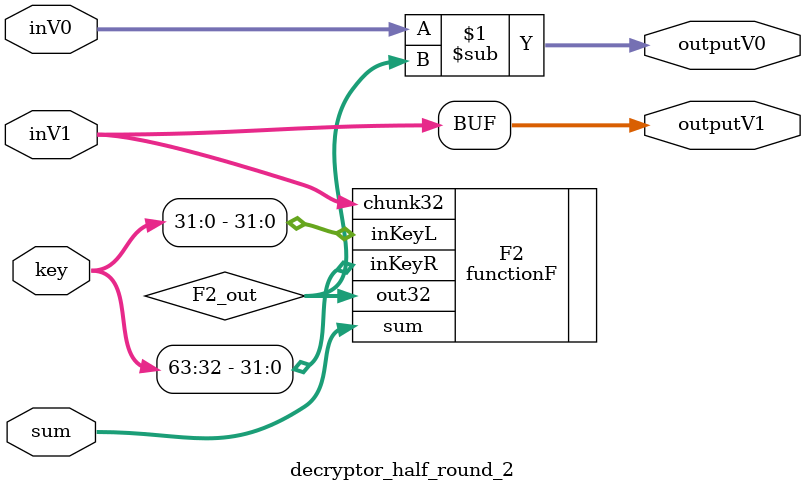
<source format=v>
/*
 * by SYCY_Proj_3
 *
 * Second half of TEA decryptor round
 *
 */
 
module decryptor_half_round_2 (
	input	[127:0]	key,
	input	[ 31:0]	inV0,
					inV1,
					sum,	// suppplied from instantiating module - suitable for encryption or decryption
					
	output	[ 31:0]	outputV0,	// least signifficant bits
					outputV1	// most signifficant bits
);

	wire [31:0]	//F1_out,
				F2_out;
				//outWireV1;
	
/*	
	functionF F1 (
		.inKeyL	(key[ 95:64]),	// k[2]
		.inKeyR	(key[127:96]),	// k[3]
		.sum	(sum),
		.chunk32(inV0),
		.out32	(F1_out)
	);
*/
//	assign outWireV1 = inV1 - F1_out;
	

	functionF F2 (
		.inKeyL		(key[31: 0]),	// k[0]
		.inKeyR		(key[63:32]),	// k[1]
		.sum		(sum),
		.chunk32	(inV1),
		.out32		(F2_out)
	);

	
	assign outputV0 = inV0 - F2_out;
//	assign outputV1 = outWireV1;
	assign outputV1 = inV1;
	
	
	
endmodule

</source>
